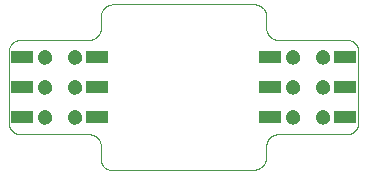
<source format=gbs>
G75*
%MOIN*%
%OFA0B0*%
%FSLAX25Y25*%
%IPPOS*%
%LPD*%
%AMOC8*
5,1,8,0,0,1.08239X$1,22.5*
%
%ADD10C,0.00000*%
%ADD11R,0.07487X0.03943*%
%ADD12C,0.04731*%
D10*
X0045791Y0032012D02*
X0045915Y0032010D01*
X0046038Y0032004D01*
X0046162Y0031995D01*
X0046284Y0031981D01*
X0046407Y0031964D01*
X0046529Y0031942D01*
X0046650Y0031917D01*
X0046770Y0031888D01*
X0046889Y0031856D01*
X0047008Y0031819D01*
X0047125Y0031779D01*
X0047240Y0031736D01*
X0047355Y0031688D01*
X0047467Y0031637D01*
X0047578Y0031583D01*
X0047688Y0031525D01*
X0047795Y0031464D01*
X0047901Y0031399D01*
X0048004Y0031331D01*
X0048105Y0031260D01*
X0048204Y0031186D01*
X0048301Y0031109D01*
X0048395Y0031028D01*
X0048486Y0030945D01*
X0048575Y0030859D01*
X0048661Y0030770D01*
X0048744Y0030679D01*
X0048825Y0030585D01*
X0048902Y0030488D01*
X0048976Y0030389D01*
X0049047Y0030288D01*
X0049115Y0030185D01*
X0049180Y0030079D01*
X0049241Y0029972D01*
X0049299Y0029862D01*
X0049353Y0029751D01*
X0049404Y0029639D01*
X0049452Y0029524D01*
X0049495Y0029409D01*
X0049535Y0029292D01*
X0049572Y0029173D01*
X0049604Y0029054D01*
X0049633Y0028934D01*
X0049658Y0028813D01*
X0049680Y0028691D01*
X0049697Y0028568D01*
X0049711Y0028446D01*
X0049720Y0028322D01*
X0049726Y0028199D01*
X0049728Y0028075D01*
X0049728Y0024138D01*
X0049713Y0024023D01*
X0049703Y0023907D01*
X0049696Y0023791D01*
X0049693Y0023675D01*
X0049694Y0023558D01*
X0049699Y0023442D01*
X0049708Y0023326D01*
X0049720Y0023211D01*
X0049737Y0023095D01*
X0049757Y0022981D01*
X0049781Y0022867D01*
X0049809Y0022754D01*
X0049841Y0022642D01*
X0049876Y0022532D01*
X0049915Y0022422D01*
X0049958Y0022314D01*
X0050004Y0022207D01*
X0050054Y0022102D01*
X0050108Y0021999D01*
X0050164Y0021897D01*
X0050224Y0021798D01*
X0050288Y0021700D01*
X0050354Y0021605D01*
X0050424Y0021512D01*
X0050497Y0021421D01*
X0050573Y0021333D01*
X0050652Y0021247D01*
X0050733Y0021164D01*
X0050818Y0021084D01*
X0050904Y0021007D01*
X0050994Y0020933D01*
X0051086Y0020861D01*
X0051180Y0020793D01*
X0051276Y0020728D01*
X0051375Y0020666D01*
X0051476Y0020608D01*
X0051578Y0020553D01*
X0051682Y0020501D01*
X0051788Y0020453D01*
X0051896Y0020409D01*
X0052005Y0020368D01*
X0052115Y0020331D01*
X0052226Y0020297D01*
X0052338Y0020268D01*
X0052452Y0020242D01*
X0052566Y0020219D01*
X0052681Y0020201D01*
X0099925Y0020201D01*
X0100056Y0020189D01*
X0100188Y0020180D01*
X0100320Y0020175D01*
X0100452Y0020174D01*
X0100584Y0020177D01*
X0100716Y0020184D01*
X0100848Y0020195D01*
X0100979Y0020210D01*
X0101110Y0020228D01*
X0101240Y0020251D01*
X0101369Y0020277D01*
X0101498Y0020307D01*
X0101625Y0020341D01*
X0101752Y0020379D01*
X0101877Y0020420D01*
X0102002Y0020465D01*
X0102124Y0020514D01*
X0102245Y0020566D01*
X0102365Y0020622D01*
X0102483Y0020682D01*
X0102599Y0020745D01*
X0102713Y0020811D01*
X0102825Y0020881D01*
X0102935Y0020954D01*
X0103043Y0021030D01*
X0103149Y0021110D01*
X0103252Y0021192D01*
X0103353Y0021278D01*
X0103451Y0021366D01*
X0103546Y0021457D01*
X0103639Y0021552D01*
X0103728Y0021648D01*
X0103815Y0021748D01*
X0103899Y0021850D01*
X0103980Y0021954D01*
X0104058Y0022061D01*
X0104132Y0022170D01*
X0104204Y0022281D01*
X0104272Y0022394D01*
X0104336Y0022510D01*
X0104397Y0022627D01*
X0104455Y0022745D01*
X0104509Y0022866D01*
X0104559Y0022988D01*
X0104606Y0023111D01*
X0104649Y0023236D01*
X0104689Y0023362D01*
X0104725Y0023489D01*
X0104756Y0023618D01*
X0104785Y0023747D01*
X0104809Y0023876D01*
X0104829Y0024007D01*
X0104846Y0024138D01*
X0104846Y0028075D01*
X0104848Y0028199D01*
X0104854Y0028322D01*
X0104863Y0028446D01*
X0104877Y0028568D01*
X0104894Y0028691D01*
X0104916Y0028813D01*
X0104941Y0028934D01*
X0104970Y0029054D01*
X0105002Y0029173D01*
X0105039Y0029292D01*
X0105079Y0029409D01*
X0105122Y0029524D01*
X0105170Y0029639D01*
X0105221Y0029751D01*
X0105275Y0029862D01*
X0105333Y0029972D01*
X0105394Y0030079D01*
X0105459Y0030185D01*
X0105527Y0030288D01*
X0105598Y0030389D01*
X0105672Y0030488D01*
X0105749Y0030585D01*
X0105830Y0030679D01*
X0105913Y0030770D01*
X0105999Y0030859D01*
X0106088Y0030945D01*
X0106179Y0031028D01*
X0106273Y0031109D01*
X0106370Y0031186D01*
X0106469Y0031260D01*
X0106570Y0031331D01*
X0106673Y0031399D01*
X0106779Y0031464D01*
X0106886Y0031525D01*
X0106996Y0031583D01*
X0107107Y0031637D01*
X0107219Y0031688D01*
X0107334Y0031736D01*
X0107449Y0031779D01*
X0107566Y0031819D01*
X0107685Y0031856D01*
X0107804Y0031888D01*
X0107924Y0031917D01*
X0108045Y0031942D01*
X0108167Y0031964D01*
X0108290Y0031981D01*
X0108412Y0031995D01*
X0108536Y0032004D01*
X0108659Y0032010D01*
X0108783Y0032012D01*
X0131618Y0032012D01*
X0131742Y0032014D01*
X0131865Y0032020D01*
X0131989Y0032029D01*
X0132111Y0032043D01*
X0132234Y0032060D01*
X0132356Y0032082D01*
X0132477Y0032107D01*
X0132597Y0032136D01*
X0132716Y0032168D01*
X0132835Y0032205D01*
X0132952Y0032245D01*
X0133067Y0032288D01*
X0133182Y0032336D01*
X0133294Y0032387D01*
X0133405Y0032441D01*
X0133515Y0032499D01*
X0133622Y0032560D01*
X0133728Y0032625D01*
X0133831Y0032693D01*
X0133932Y0032764D01*
X0134031Y0032838D01*
X0134128Y0032915D01*
X0134222Y0032996D01*
X0134313Y0033079D01*
X0134402Y0033165D01*
X0134488Y0033254D01*
X0134571Y0033345D01*
X0134652Y0033439D01*
X0134729Y0033536D01*
X0134803Y0033635D01*
X0134874Y0033736D01*
X0134942Y0033839D01*
X0135007Y0033945D01*
X0135068Y0034052D01*
X0135126Y0034162D01*
X0135180Y0034273D01*
X0135231Y0034385D01*
X0135279Y0034500D01*
X0135322Y0034615D01*
X0135362Y0034732D01*
X0135399Y0034851D01*
X0135431Y0034970D01*
X0135460Y0035090D01*
X0135485Y0035211D01*
X0135507Y0035333D01*
X0135524Y0035456D01*
X0135538Y0035578D01*
X0135547Y0035702D01*
X0135553Y0035825D01*
X0135555Y0035949D01*
X0135555Y0059571D01*
X0135553Y0059695D01*
X0135547Y0059818D01*
X0135538Y0059942D01*
X0135524Y0060064D01*
X0135507Y0060187D01*
X0135485Y0060309D01*
X0135460Y0060430D01*
X0135431Y0060550D01*
X0135399Y0060669D01*
X0135362Y0060788D01*
X0135322Y0060905D01*
X0135279Y0061020D01*
X0135231Y0061135D01*
X0135180Y0061247D01*
X0135126Y0061358D01*
X0135068Y0061468D01*
X0135007Y0061575D01*
X0134942Y0061681D01*
X0134874Y0061784D01*
X0134803Y0061885D01*
X0134729Y0061984D01*
X0134652Y0062081D01*
X0134571Y0062175D01*
X0134488Y0062266D01*
X0134402Y0062355D01*
X0134313Y0062441D01*
X0134222Y0062524D01*
X0134128Y0062605D01*
X0134031Y0062682D01*
X0133932Y0062756D01*
X0133831Y0062827D01*
X0133728Y0062895D01*
X0133622Y0062960D01*
X0133515Y0063021D01*
X0133405Y0063079D01*
X0133294Y0063133D01*
X0133182Y0063184D01*
X0133067Y0063232D01*
X0132952Y0063275D01*
X0132835Y0063315D01*
X0132716Y0063352D01*
X0132597Y0063384D01*
X0132477Y0063413D01*
X0132356Y0063438D01*
X0132234Y0063460D01*
X0132111Y0063477D01*
X0131989Y0063491D01*
X0131865Y0063500D01*
X0131742Y0063506D01*
X0131618Y0063508D01*
X0108783Y0063508D01*
X0108659Y0063510D01*
X0108536Y0063516D01*
X0108412Y0063525D01*
X0108290Y0063539D01*
X0108167Y0063556D01*
X0108045Y0063578D01*
X0107924Y0063603D01*
X0107804Y0063632D01*
X0107685Y0063664D01*
X0107566Y0063701D01*
X0107449Y0063741D01*
X0107334Y0063784D01*
X0107219Y0063832D01*
X0107107Y0063883D01*
X0106996Y0063937D01*
X0106886Y0063995D01*
X0106779Y0064056D01*
X0106673Y0064121D01*
X0106570Y0064189D01*
X0106469Y0064260D01*
X0106370Y0064334D01*
X0106273Y0064411D01*
X0106179Y0064492D01*
X0106088Y0064575D01*
X0105999Y0064661D01*
X0105913Y0064750D01*
X0105830Y0064841D01*
X0105749Y0064935D01*
X0105672Y0065032D01*
X0105598Y0065131D01*
X0105527Y0065232D01*
X0105459Y0065335D01*
X0105394Y0065441D01*
X0105333Y0065548D01*
X0105275Y0065658D01*
X0105221Y0065769D01*
X0105170Y0065881D01*
X0105122Y0065996D01*
X0105079Y0066111D01*
X0105039Y0066228D01*
X0105002Y0066347D01*
X0104970Y0066466D01*
X0104941Y0066586D01*
X0104916Y0066707D01*
X0104894Y0066829D01*
X0104877Y0066952D01*
X0104863Y0067074D01*
X0104854Y0067198D01*
X0104848Y0067321D01*
X0104846Y0067445D01*
X0104846Y0071382D01*
X0104844Y0071506D01*
X0104838Y0071629D01*
X0104829Y0071753D01*
X0104815Y0071875D01*
X0104798Y0071998D01*
X0104776Y0072120D01*
X0104751Y0072241D01*
X0104722Y0072361D01*
X0104690Y0072480D01*
X0104653Y0072599D01*
X0104613Y0072716D01*
X0104570Y0072831D01*
X0104522Y0072946D01*
X0104471Y0073058D01*
X0104417Y0073169D01*
X0104359Y0073279D01*
X0104298Y0073386D01*
X0104233Y0073492D01*
X0104165Y0073595D01*
X0104094Y0073696D01*
X0104020Y0073795D01*
X0103943Y0073892D01*
X0103862Y0073986D01*
X0103779Y0074077D01*
X0103693Y0074166D01*
X0103604Y0074252D01*
X0103513Y0074335D01*
X0103419Y0074416D01*
X0103322Y0074493D01*
X0103223Y0074567D01*
X0103122Y0074638D01*
X0103019Y0074706D01*
X0102913Y0074771D01*
X0102806Y0074832D01*
X0102696Y0074890D01*
X0102585Y0074944D01*
X0102473Y0074995D01*
X0102358Y0075043D01*
X0102243Y0075086D01*
X0102126Y0075126D01*
X0102007Y0075163D01*
X0101888Y0075195D01*
X0101768Y0075224D01*
X0101647Y0075249D01*
X0101525Y0075271D01*
X0101402Y0075288D01*
X0101280Y0075302D01*
X0101156Y0075311D01*
X0101033Y0075317D01*
X0100909Y0075319D01*
X0053665Y0075319D01*
X0053541Y0075317D01*
X0053418Y0075311D01*
X0053294Y0075302D01*
X0053172Y0075288D01*
X0053049Y0075271D01*
X0052927Y0075249D01*
X0052806Y0075224D01*
X0052686Y0075195D01*
X0052567Y0075163D01*
X0052448Y0075126D01*
X0052331Y0075086D01*
X0052216Y0075043D01*
X0052101Y0074995D01*
X0051989Y0074944D01*
X0051878Y0074890D01*
X0051768Y0074832D01*
X0051661Y0074771D01*
X0051555Y0074706D01*
X0051452Y0074638D01*
X0051351Y0074567D01*
X0051252Y0074493D01*
X0051155Y0074416D01*
X0051061Y0074335D01*
X0050970Y0074252D01*
X0050881Y0074166D01*
X0050795Y0074077D01*
X0050712Y0073986D01*
X0050631Y0073892D01*
X0050554Y0073795D01*
X0050480Y0073696D01*
X0050409Y0073595D01*
X0050341Y0073492D01*
X0050276Y0073386D01*
X0050215Y0073279D01*
X0050157Y0073169D01*
X0050103Y0073058D01*
X0050052Y0072946D01*
X0050004Y0072831D01*
X0049961Y0072716D01*
X0049921Y0072599D01*
X0049884Y0072480D01*
X0049852Y0072361D01*
X0049823Y0072241D01*
X0049798Y0072120D01*
X0049776Y0071998D01*
X0049759Y0071875D01*
X0049745Y0071753D01*
X0049736Y0071629D01*
X0049730Y0071506D01*
X0049728Y0071382D01*
X0049728Y0067445D01*
X0049726Y0067321D01*
X0049720Y0067198D01*
X0049711Y0067074D01*
X0049697Y0066952D01*
X0049680Y0066829D01*
X0049658Y0066707D01*
X0049633Y0066586D01*
X0049604Y0066466D01*
X0049572Y0066347D01*
X0049535Y0066228D01*
X0049495Y0066111D01*
X0049452Y0065996D01*
X0049404Y0065881D01*
X0049353Y0065769D01*
X0049299Y0065658D01*
X0049241Y0065548D01*
X0049180Y0065441D01*
X0049115Y0065335D01*
X0049047Y0065232D01*
X0048976Y0065131D01*
X0048902Y0065032D01*
X0048825Y0064935D01*
X0048744Y0064841D01*
X0048661Y0064750D01*
X0048575Y0064661D01*
X0048486Y0064575D01*
X0048395Y0064492D01*
X0048301Y0064411D01*
X0048204Y0064334D01*
X0048105Y0064260D01*
X0048004Y0064189D01*
X0047901Y0064121D01*
X0047795Y0064056D01*
X0047688Y0063995D01*
X0047578Y0063937D01*
X0047467Y0063883D01*
X0047355Y0063832D01*
X0047240Y0063784D01*
X0047125Y0063741D01*
X0047008Y0063701D01*
X0046889Y0063664D01*
X0046770Y0063632D01*
X0046650Y0063603D01*
X0046529Y0063578D01*
X0046407Y0063556D01*
X0046284Y0063539D01*
X0046162Y0063525D01*
X0046038Y0063516D01*
X0045915Y0063510D01*
X0045791Y0063508D01*
X0022957Y0063508D01*
X0022833Y0063506D01*
X0022710Y0063500D01*
X0022586Y0063491D01*
X0022464Y0063477D01*
X0022341Y0063460D01*
X0022219Y0063438D01*
X0022098Y0063413D01*
X0021978Y0063384D01*
X0021859Y0063352D01*
X0021740Y0063315D01*
X0021623Y0063275D01*
X0021508Y0063232D01*
X0021393Y0063184D01*
X0021281Y0063133D01*
X0021170Y0063079D01*
X0021060Y0063021D01*
X0020953Y0062960D01*
X0020847Y0062895D01*
X0020744Y0062827D01*
X0020643Y0062756D01*
X0020544Y0062682D01*
X0020447Y0062605D01*
X0020353Y0062524D01*
X0020262Y0062441D01*
X0020173Y0062355D01*
X0020087Y0062266D01*
X0020004Y0062175D01*
X0019923Y0062081D01*
X0019846Y0061984D01*
X0019772Y0061885D01*
X0019701Y0061784D01*
X0019633Y0061681D01*
X0019568Y0061575D01*
X0019507Y0061468D01*
X0019449Y0061358D01*
X0019395Y0061247D01*
X0019344Y0061135D01*
X0019296Y0061020D01*
X0019253Y0060905D01*
X0019213Y0060788D01*
X0019176Y0060669D01*
X0019144Y0060550D01*
X0019115Y0060430D01*
X0019090Y0060309D01*
X0019068Y0060187D01*
X0019051Y0060064D01*
X0019037Y0059942D01*
X0019028Y0059818D01*
X0019022Y0059695D01*
X0019020Y0059571D01*
X0019020Y0035949D01*
X0019022Y0035825D01*
X0019028Y0035702D01*
X0019037Y0035578D01*
X0019051Y0035456D01*
X0019068Y0035333D01*
X0019090Y0035211D01*
X0019115Y0035090D01*
X0019144Y0034970D01*
X0019176Y0034851D01*
X0019213Y0034732D01*
X0019253Y0034615D01*
X0019296Y0034500D01*
X0019344Y0034385D01*
X0019395Y0034273D01*
X0019449Y0034162D01*
X0019507Y0034052D01*
X0019568Y0033945D01*
X0019633Y0033839D01*
X0019701Y0033736D01*
X0019772Y0033635D01*
X0019846Y0033536D01*
X0019923Y0033439D01*
X0020004Y0033345D01*
X0020087Y0033254D01*
X0020173Y0033165D01*
X0020262Y0033079D01*
X0020353Y0032996D01*
X0020447Y0032915D01*
X0020544Y0032838D01*
X0020643Y0032764D01*
X0020744Y0032693D01*
X0020847Y0032625D01*
X0020953Y0032560D01*
X0021060Y0032499D01*
X0021170Y0032441D01*
X0021281Y0032387D01*
X0021393Y0032336D01*
X0021508Y0032288D01*
X0021623Y0032245D01*
X0021740Y0032205D01*
X0021859Y0032168D01*
X0021978Y0032136D01*
X0022098Y0032107D01*
X0022219Y0032082D01*
X0022341Y0032060D01*
X0022464Y0032043D01*
X0022586Y0032029D01*
X0022710Y0032020D01*
X0022833Y0032014D01*
X0022957Y0032012D01*
X0045791Y0032012D01*
X0038784Y0037760D02*
X0038786Y0037853D01*
X0038792Y0037945D01*
X0038802Y0038037D01*
X0038816Y0038128D01*
X0038833Y0038219D01*
X0038855Y0038309D01*
X0038880Y0038398D01*
X0038909Y0038486D01*
X0038942Y0038572D01*
X0038979Y0038657D01*
X0039019Y0038741D01*
X0039063Y0038822D01*
X0039110Y0038902D01*
X0039160Y0038980D01*
X0039214Y0039055D01*
X0039271Y0039128D01*
X0039331Y0039198D01*
X0039394Y0039266D01*
X0039460Y0039331D01*
X0039528Y0039393D01*
X0039599Y0039453D01*
X0039673Y0039509D01*
X0039749Y0039562D01*
X0039827Y0039611D01*
X0039907Y0039658D01*
X0039989Y0039700D01*
X0040073Y0039740D01*
X0040158Y0039775D01*
X0040245Y0039807D01*
X0040333Y0039836D01*
X0040422Y0039860D01*
X0040512Y0039881D01*
X0040603Y0039897D01*
X0040695Y0039910D01*
X0040787Y0039919D01*
X0040880Y0039924D01*
X0040972Y0039925D01*
X0041065Y0039922D01*
X0041157Y0039915D01*
X0041249Y0039904D01*
X0041340Y0039889D01*
X0041431Y0039871D01*
X0041521Y0039848D01*
X0041609Y0039822D01*
X0041697Y0039792D01*
X0041783Y0039758D01*
X0041867Y0039721D01*
X0041950Y0039679D01*
X0042031Y0039635D01*
X0042111Y0039587D01*
X0042188Y0039536D01*
X0042262Y0039481D01*
X0042335Y0039423D01*
X0042405Y0039363D01*
X0042472Y0039299D01*
X0042536Y0039233D01*
X0042598Y0039163D01*
X0042656Y0039092D01*
X0042711Y0039018D01*
X0042763Y0038941D01*
X0042812Y0038862D01*
X0042858Y0038782D01*
X0042900Y0038699D01*
X0042938Y0038615D01*
X0042973Y0038529D01*
X0043004Y0038442D01*
X0043031Y0038354D01*
X0043054Y0038264D01*
X0043074Y0038174D01*
X0043090Y0038083D01*
X0043102Y0037991D01*
X0043110Y0037899D01*
X0043114Y0037806D01*
X0043114Y0037714D01*
X0043110Y0037621D01*
X0043102Y0037529D01*
X0043090Y0037437D01*
X0043074Y0037346D01*
X0043054Y0037256D01*
X0043031Y0037166D01*
X0043004Y0037078D01*
X0042973Y0036991D01*
X0042938Y0036905D01*
X0042900Y0036821D01*
X0042858Y0036738D01*
X0042812Y0036658D01*
X0042763Y0036579D01*
X0042711Y0036502D01*
X0042656Y0036428D01*
X0042598Y0036357D01*
X0042536Y0036287D01*
X0042472Y0036221D01*
X0042405Y0036157D01*
X0042335Y0036097D01*
X0042262Y0036039D01*
X0042188Y0035984D01*
X0042111Y0035933D01*
X0042032Y0035885D01*
X0041950Y0035841D01*
X0041867Y0035799D01*
X0041783Y0035762D01*
X0041697Y0035728D01*
X0041609Y0035698D01*
X0041521Y0035672D01*
X0041431Y0035649D01*
X0041340Y0035631D01*
X0041249Y0035616D01*
X0041157Y0035605D01*
X0041065Y0035598D01*
X0040972Y0035595D01*
X0040880Y0035596D01*
X0040787Y0035601D01*
X0040695Y0035610D01*
X0040603Y0035623D01*
X0040512Y0035639D01*
X0040422Y0035660D01*
X0040333Y0035684D01*
X0040245Y0035713D01*
X0040158Y0035745D01*
X0040073Y0035780D01*
X0039989Y0035820D01*
X0039907Y0035862D01*
X0039827Y0035909D01*
X0039749Y0035958D01*
X0039673Y0036011D01*
X0039599Y0036067D01*
X0039528Y0036127D01*
X0039460Y0036189D01*
X0039394Y0036254D01*
X0039331Y0036322D01*
X0039271Y0036392D01*
X0039214Y0036465D01*
X0039160Y0036540D01*
X0039110Y0036618D01*
X0039063Y0036698D01*
X0039019Y0036779D01*
X0038979Y0036863D01*
X0038942Y0036948D01*
X0038909Y0037034D01*
X0038880Y0037122D01*
X0038855Y0037211D01*
X0038833Y0037301D01*
X0038816Y0037392D01*
X0038802Y0037483D01*
X0038792Y0037575D01*
X0038786Y0037667D01*
X0038784Y0037760D01*
X0028784Y0037760D02*
X0028786Y0037853D01*
X0028792Y0037945D01*
X0028802Y0038037D01*
X0028816Y0038128D01*
X0028833Y0038219D01*
X0028855Y0038309D01*
X0028880Y0038398D01*
X0028909Y0038486D01*
X0028942Y0038572D01*
X0028979Y0038657D01*
X0029019Y0038741D01*
X0029063Y0038822D01*
X0029110Y0038902D01*
X0029160Y0038980D01*
X0029214Y0039055D01*
X0029271Y0039128D01*
X0029331Y0039198D01*
X0029394Y0039266D01*
X0029460Y0039331D01*
X0029528Y0039393D01*
X0029599Y0039453D01*
X0029673Y0039509D01*
X0029749Y0039562D01*
X0029827Y0039611D01*
X0029907Y0039658D01*
X0029989Y0039700D01*
X0030073Y0039740D01*
X0030158Y0039775D01*
X0030245Y0039807D01*
X0030333Y0039836D01*
X0030422Y0039860D01*
X0030512Y0039881D01*
X0030603Y0039897D01*
X0030695Y0039910D01*
X0030787Y0039919D01*
X0030880Y0039924D01*
X0030972Y0039925D01*
X0031065Y0039922D01*
X0031157Y0039915D01*
X0031249Y0039904D01*
X0031340Y0039889D01*
X0031431Y0039871D01*
X0031521Y0039848D01*
X0031609Y0039822D01*
X0031697Y0039792D01*
X0031783Y0039758D01*
X0031867Y0039721D01*
X0031950Y0039679D01*
X0032031Y0039635D01*
X0032111Y0039587D01*
X0032188Y0039536D01*
X0032262Y0039481D01*
X0032335Y0039423D01*
X0032405Y0039363D01*
X0032472Y0039299D01*
X0032536Y0039233D01*
X0032598Y0039163D01*
X0032656Y0039092D01*
X0032711Y0039018D01*
X0032763Y0038941D01*
X0032812Y0038862D01*
X0032858Y0038782D01*
X0032900Y0038699D01*
X0032938Y0038615D01*
X0032973Y0038529D01*
X0033004Y0038442D01*
X0033031Y0038354D01*
X0033054Y0038264D01*
X0033074Y0038174D01*
X0033090Y0038083D01*
X0033102Y0037991D01*
X0033110Y0037899D01*
X0033114Y0037806D01*
X0033114Y0037714D01*
X0033110Y0037621D01*
X0033102Y0037529D01*
X0033090Y0037437D01*
X0033074Y0037346D01*
X0033054Y0037256D01*
X0033031Y0037166D01*
X0033004Y0037078D01*
X0032973Y0036991D01*
X0032938Y0036905D01*
X0032900Y0036821D01*
X0032858Y0036738D01*
X0032812Y0036658D01*
X0032763Y0036579D01*
X0032711Y0036502D01*
X0032656Y0036428D01*
X0032598Y0036357D01*
X0032536Y0036287D01*
X0032472Y0036221D01*
X0032405Y0036157D01*
X0032335Y0036097D01*
X0032262Y0036039D01*
X0032188Y0035984D01*
X0032111Y0035933D01*
X0032032Y0035885D01*
X0031950Y0035841D01*
X0031867Y0035799D01*
X0031783Y0035762D01*
X0031697Y0035728D01*
X0031609Y0035698D01*
X0031521Y0035672D01*
X0031431Y0035649D01*
X0031340Y0035631D01*
X0031249Y0035616D01*
X0031157Y0035605D01*
X0031065Y0035598D01*
X0030972Y0035595D01*
X0030880Y0035596D01*
X0030787Y0035601D01*
X0030695Y0035610D01*
X0030603Y0035623D01*
X0030512Y0035639D01*
X0030422Y0035660D01*
X0030333Y0035684D01*
X0030245Y0035713D01*
X0030158Y0035745D01*
X0030073Y0035780D01*
X0029989Y0035820D01*
X0029907Y0035862D01*
X0029827Y0035909D01*
X0029749Y0035958D01*
X0029673Y0036011D01*
X0029599Y0036067D01*
X0029528Y0036127D01*
X0029460Y0036189D01*
X0029394Y0036254D01*
X0029331Y0036322D01*
X0029271Y0036392D01*
X0029214Y0036465D01*
X0029160Y0036540D01*
X0029110Y0036618D01*
X0029063Y0036698D01*
X0029019Y0036779D01*
X0028979Y0036863D01*
X0028942Y0036948D01*
X0028909Y0037034D01*
X0028880Y0037122D01*
X0028855Y0037211D01*
X0028833Y0037301D01*
X0028816Y0037392D01*
X0028802Y0037483D01*
X0028792Y0037575D01*
X0028786Y0037667D01*
X0028784Y0037760D01*
X0028784Y0047760D02*
X0028786Y0047853D01*
X0028792Y0047945D01*
X0028802Y0048037D01*
X0028816Y0048128D01*
X0028833Y0048219D01*
X0028855Y0048309D01*
X0028880Y0048398D01*
X0028909Y0048486D01*
X0028942Y0048572D01*
X0028979Y0048657D01*
X0029019Y0048741D01*
X0029063Y0048822D01*
X0029110Y0048902D01*
X0029160Y0048980D01*
X0029214Y0049055D01*
X0029271Y0049128D01*
X0029331Y0049198D01*
X0029394Y0049266D01*
X0029460Y0049331D01*
X0029528Y0049393D01*
X0029599Y0049453D01*
X0029673Y0049509D01*
X0029749Y0049562D01*
X0029827Y0049611D01*
X0029907Y0049658D01*
X0029989Y0049700D01*
X0030073Y0049740D01*
X0030158Y0049775D01*
X0030245Y0049807D01*
X0030333Y0049836D01*
X0030422Y0049860D01*
X0030512Y0049881D01*
X0030603Y0049897D01*
X0030695Y0049910D01*
X0030787Y0049919D01*
X0030880Y0049924D01*
X0030972Y0049925D01*
X0031065Y0049922D01*
X0031157Y0049915D01*
X0031249Y0049904D01*
X0031340Y0049889D01*
X0031431Y0049871D01*
X0031521Y0049848D01*
X0031609Y0049822D01*
X0031697Y0049792D01*
X0031783Y0049758D01*
X0031867Y0049721D01*
X0031950Y0049679D01*
X0032031Y0049635D01*
X0032111Y0049587D01*
X0032188Y0049536D01*
X0032262Y0049481D01*
X0032335Y0049423D01*
X0032405Y0049363D01*
X0032472Y0049299D01*
X0032536Y0049233D01*
X0032598Y0049163D01*
X0032656Y0049092D01*
X0032711Y0049018D01*
X0032763Y0048941D01*
X0032812Y0048862D01*
X0032858Y0048782D01*
X0032900Y0048699D01*
X0032938Y0048615D01*
X0032973Y0048529D01*
X0033004Y0048442D01*
X0033031Y0048354D01*
X0033054Y0048264D01*
X0033074Y0048174D01*
X0033090Y0048083D01*
X0033102Y0047991D01*
X0033110Y0047899D01*
X0033114Y0047806D01*
X0033114Y0047714D01*
X0033110Y0047621D01*
X0033102Y0047529D01*
X0033090Y0047437D01*
X0033074Y0047346D01*
X0033054Y0047256D01*
X0033031Y0047166D01*
X0033004Y0047078D01*
X0032973Y0046991D01*
X0032938Y0046905D01*
X0032900Y0046821D01*
X0032858Y0046738D01*
X0032812Y0046658D01*
X0032763Y0046579D01*
X0032711Y0046502D01*
X0032656Y0046428D01*
X0032598Y0046357D01*
X0032536Y0046287D01*
X0032472Y0046221D01*
X0032405Y0046157D01*
X0032335Y0046097D01*
X0032262Y0046039D01*
X0032188Y0045984D01*
X0032111Y0045933D01*
X0032032Y0045885D01*
X0031950Y0045841D01*
X0031867Y0045799D01*
X0031783Y0045762D01*
X0031697Y0045728D01*
X0031609Y0045698D01*
X0031521Y0045672D01*
X0031431Y0045649D01*
X0031340Y0045631D01*
X0031249Y0045616D01*
X0031157Y0045605D01*
X0031065Y0045598D01*
X0030972Y0045595D01*
X0030880Y0045596D01*
X0030787Y0045601D01*
X0030695Y0045610D01*
X0030603Y0045623D01*
X0030512Y0045639D01*
X0030422Y0045660D01*
X0030333Y0045684D01*
X0030245Y0045713D01*
X0030158Y0045745D01*
X0030073Y0045780D01*
X0029989Y0045820D01*
X0029907Y0045862D01*
X0029827Y0045909D01*
X0029749Y0045958D01*
X0029673Y0046011D01*
X0029599Y0046067D01*
X0029528Y0046127D01*
X0029460Y0046189D01*
X0029394Y0046254D01*
X0029331Y0046322D01*
X0029271Y0046392D01*
X0029214Y0046465D01*
X0029160Y0046540D01*
X0029110Y0046618D01*
X0029063Y0046698D01*
X0029019Y0046779D01*
X0028979Y0046863D01*
X0028942Y0046948D01*
X0028909Y0047034D01*
X0028880Y0047122D01*
X0028855Y0047211D01*
X0028833Y0047301D01*
X0028816Y0047392D01*
X0028802Y0047483D01*
X0028792Y0047575D01*
X0028786Y0047667D01*
X0028784Y0047760D01*
X0038784Y0047760D02*
X0038786Y0047853D01*
X0038792Y0047945D01*
X0038802Y0048037D01*
X0038816Y0048128D01*
X0038833Y0048219D01*
X0038855Y0048309D01*
X0038880Y0048398D01*
X0038909Y0048486D01*
X0038942Y0048572D01*
X0038979Y0048657D01*
X0039019Y0048741D01*
X0039063Y0048822D01*
X0039110Y0048902D01*
X0039160Y0048980D01*
X0039214Y0049055D01*
X0039271Y0049128D01*
X0039331Y0049198D01*
X0039394Y0049266D01*
X0039460Y0049331D01*
X0039528Y0049393D01*
X0039599Y0049453D01*
X0039673Y0049509D01*
X0039749Y0049562D01*
X0039827Y0049611D01*
X0039907Y0049658D01*
X0039989Y0049700D01*
X0040073Y0049740D01*
X0040158Y0049775D01*
X0040245Y0049807D01*
X0040333Y0049836D01*
X0040422Y0049860D01*
X0040512Y0049881D01*
X0040603Y0049897D01*
X0040695Y0049910D01*
X0040787Y0049919D01*
X0040880Y0049924D01*
X0040972Y0049925D01*
X0041065Y0049922D01*
X0041157Y0049915D01*
X0041249Y0049904D01*
X0041340Y0049889D01*
X0041431Y0049871D01*
X0041521Y0049848D01*
X0041609Y0049822D01*
X0041697Y0049792D01*
X0041783Y0049758D01*
X0041867Y0049721D01*
X0041950Y0049679D01*
X0042031Y0049635D01*
X0042111Y0049587D01*
X0042188Y0049536D01*
X0042262Y0049481D01*
X0042335Y0049423D01*
X0042405Y0049363D01*
X0042472Y0049299D01*
X0042536Y0049233D01*
X0042598Y0049163D01*
X0042656Y0049092D01*
X0042711Y0049018D01*
X0042763Y0048941D01*
X0042812Y0048862D01*
X0042858Y0048782D01*
X0042900Y0048699D01*
X0042938Y0048615D01*
X0042973Y0048529D01*
X0043004Y0048442D01*
X0043031Y0048354D01*
X0043054Y0048264D01*
X0043074Y0048174D01*
X0043090Y0048083D01*
X0043102Y0047991D01*
X0043110Y0047899D01*
X0043114Y0047806D01*
X0043114Y0047714D01*
X0043110Y0047621D01*
X0043102Y0047529D01*
X0043090Y0047437D01*
X0043074Y0047346D01*
X0043054Y0047256D01*
X0043031Y0047166D01*
X0043004Y0047078D01*
X0042973Y0046991D01*
X0042938Y0046905D01*
X0042900Y0046821D01*
X0042858Y0046738D01*
X0042812Y0046658D01*
X0042763Y0046579D01*
X0042711Y0046502D01*
X0042656Y0046428D01*
X0042598Y0046357D01*
X0042536Y0046287D01*
X0042472Y0046221D01*
X0042405Y0046157D01*
X0042335Y0046097D01*
X0042262Y0046039D01*
X0042188Y0045984D01*
X0042111Y0045933D01*
X0042032Y0045885D01*
X0041950Y0045841D01*
X0041867Y0045799D01*
X0041783Y0045762D01*
X0041697Y0045728D01*
X0041609Y0045698D01*
X0041521Y0045672D01*
X0041431Y0045649D01*
X0041340Y0045631D01*
X0041249Y0045616D01*
X0041157Y0045605D01*
X0041065Y0045598D01*
X0040972Y0045595D01*
X0040880Y0045596D01*
X0040787Y0045601D01*
X0040695Y0045610D01*
X0040603Y0045623D01*
X0040512Y0045639D01*
X0040422Y0045660D01*
X0040333Y0045684D01*
X0040245Y0045713D01*
X0040158Y0045745D01*
X0040073Y0045780D01*
X0039989Y0045820D01*
X0039907Y0045862D01*
X0039827Y0045909D01*
X0039749Y0045958D01*
X0039673Y0046011D01*
X0039599Y0046067D01*
X0039528Y0046127D01*
X0039460Y0046189D01*
X0039394Y0046254D01*
X0039331Y0046322D01*
X0039271Y0046392D01*
X0039214Y0046465D01*
X0039160Y0046540D01*
X0039110Y0046618D01*
X0039063Y0046698D01*
X0039019Y0046779D01*
X0038979Y0046863D01*
X0038942Y0046948D01*
X0038909Y0047034D01*
X0038880Y0047122D01*
X0038855Y0047211D01*
X0038833Y0047301D01*
X0038816Y0047392D01*
X0038802Y0047483D01*
X0038792Y0047575D01*
X0038786Y0047667D01*
X0038784Y0047760D01*
X0038784Y0057760D02*
X0038786Y0057853D01*
X0038792Y0057945D01*
X0038802Y0058037D01*
X0038816Y0058128D01*
X0038833Y0058219D01*
X0038855Y0058309D01*
X0038880Y0058398D01*
X0038909Y0058486D01*
X0038942Y0058572D01*
X0038979Y0058657D01*
X0039019Y0058741D01*
X0039063Y0058822D01*
X0039110Y0058902D01*
X0039160Y0058980D01*
X0039214Y0059055D01*
X0039271Y0059128D01*
X0039331Y0059198D01*
X0039394Y0059266D01*
X0039460Y0059331D01*
X0039528Y0059393D01*
X0039599Y0059453D01*
X0039673Y0059509D01*
X0039749Y0059562D01*
X0039827Y0059611D01*
X0039907Y0059658D01*
X0039989Y0059700D01*
X0040073Y0059740D01*
X0040158Y0059775D01*
X0040245Y0059807D01*
X0040333Y0059836D01*
X0040422Y0059860D01*
X0040512Y0059881D01*
X0040603Y0059897D01*
X0040695Y0059910D01*
X0040787Y0059919D01*
X0040880Y0059924D01*
X0040972Y0059925D01*
X0041065Y0059922D01*
X0041157Y0059915D01*
X0041249Y0059904D01*
X0041340Y0059889D01*
X0041431Y0059871D01*
X0041521Y0059848D01*
X0041609Y0059822D01*
X0041697Y0059792D01*
X0041783Y0059758D01*
X0041867Y0059721D01*
X0041950Y0059679D01*
X0042031Y0059635D01*
X0042111Y0059587D01*
X0042188Y0059536D01*
X0042262Y0059481D01*
X0042335Y0059423D01*
X0042405Y0059363D01*
X0042472Y0059299D01*
X0042536Y0059233D01*
X0042598Y0059163D01*
X0042656Y0059092D01*
X0042711Y0059018D01*
X0042763Y0058941D01*
X0042812Y0058862D01*
X0042858Y0058782D01*
X0042900Y0058699D01*
X0042938Y0058615D01*
X0042973Y0058529D01*
X0043004Y0058442D01*
X0043031Y0058354D01*
X0043054Y0058264D01*
X0043074Y0058174D01*
X0043090Y0058083D01*
X0043102Y0057991D01*
X0043110Y0057899D01*
X0043114Y0057806D01*
X0043114Y0057714D01*
X0043110Y0057621D01*
X0043102Y0057529D01*
X0043090Y0057437D01*
X0043074Y0057346D01*
X0043054Y0057256D01*
X0043031Y0057166D01*
X0043004Y0057078D01*
X0042973Y0056991D01*
X0042938Y0056905D01*
X0042900Y0056821D01*
X0042858Y0056738D01*
X0042812Y0056658D01*
X0042763Y0056579D01*
X0042711Y0056502D01*
X0042656Y0056428D01*
X0042598Y0056357D01*
X0042536Y0056287D01*
X0042472Y0056221D01*
X0042405Y0056157D01*
X0042335Y0056097D01*
X0042262Y0056039D01*
X0042188Y0055984D01*
X0042111Y0055933D01*
X0042032Y0055885D01*
X0041950Y0055841D01*
X0041867Y0055799D01*
X0041783Y0055762D01*
X0041697Y0055728D01*
X0041609Y0055698D01*
X0041521Y0055672D01*
X0041431Y0055649D01*
X0041340Y0055631D01*
X0041249Y0055616D01*
X0041157Y0055605D01*
X0041065Y0055598D01*
X0040972Y0055595D01*
X0040880Y0055596D01*
X0040787Y0055601D01*
X0040695Y0055610D01*
X0040603Y0055623D01*
X0040512Y0055639D01*
X0040422Y0055660D01*
X0040333Y0055684D01*
X0040245Y0055713D01*
X0040158Y0055745D01*
X0040073Y0055780D01*
X0039989Y0055820D01*
X0039907Y0055862D01*
X0039827Y0055909D01*
X0039749Y0055958D01*
X0039673Y0056011D01*
X0039599Y0056067D01*
X0039528Y0056127D01*
X0039460Y0056189D01*
X0039394Y0056254D01*
X0039331Y0056322D01*
X0039271Y0056392D01*
X0039214Y0056465D01*
X0039160Y0056540D01*
X0039110Y0056618D01*
X0039063Y0056698D01*
X0039019Y0056779D01*
X0038979Y0056863D01*
X0038942Y0056948D01*
X0038909Y0057034D01*
X0038880Y0057122D01*
X0038855Y0057211D01*
X0038833Y0057301D01*
X0038816Y0057392D01*
X0038802Y0057483D01*
X0038792Y0057575D01*
X0038786Y0057667D01*
X0038784Y0057760D01*
X0028784Y0057760D02*
X0028786Y0057853D01*
X0028792Y0057945D01*
X0028802Y0058037D01*
X0028816Y0058128D01*
X0028833Y0058219D01*
X0028855Y0058309D01*
X0028880Y0058398D01*
X0028909Y0058486D01*
X0028942Y0058572D01*
X0028979Y0058657D01*
X0029019Y0058741D01*
X0029063Y0058822D01*
X0029110Y0058902D01*
X0029160Y0058980D01*
X0029214Y0059055D01*
X0029271Y0059128D01*
X0029331Y0059198D01*
X0029394Y0059266D01*
X0029460Y0059331D01*
X0029528Y0059393D01*
X0029599Y0059453D01*
X0029673Y0059509D01*
X0029749Y0059562D01*
X0029827Y0059611D01*
X0029907Y0059658D01*
X0029989Y0059700D01*
X0030073Y0059740D01*
X0030158Y0059775D01*
X0030245Y0059807D01*
X0030333Y0059836D01*
X0030422Y0059860D01*
X0030512Y0059881D01*
X0030603Y0059897D01*
X0030695Y0059910D01*
X0030787Y0059919D01*
X0030880Y0059924D01*
X0030972Y0059925D01*
X0031065Y0059922D01*
X0031157Y0059915D01*
X0031249Y0059904D01*
X0031340Y0059889D01*
X0031431Y0059871D01*
X0031521Y0059848D01*
X0031609Y0059822D01*
X0031697Y0059792D01*
X0031783Y0059758D01*
X0031867Y0059721D01*
X0031950Y0059679D01*
X0032031Y0059635D01*
X0032111Y0059587D01*
X0032188Y0059536D01*
X0032262Y0059481D01*
X0032335Y0059423D01*
X0032405Y0059363D01*
X0032472Y0059299D01*
X0032536Y0059233D01*
X0032598Y0059163D01*
X0032656Y0059092D01*
X0032711Y0059018D01*
X0032763Y0058941D01*
X0032812Y0058862D01*
X0032858Y0058782D01*
X0032900Y0058699D01*
X0032938Y0058615D01*
X0032973Y0058529D01*
X0033004Y0058442D01*
X0033031Y0058354D01*
X0033054Y0058264D01*
X0033074Y0058174D01*
X0033090Y0058083D01*
X0033102Y0057991D01*
X0033110Y0057899D01*
X0033114Y0057806D01*
X0033114Y0057714D01*
X0033110Y0057621D01*
X0033102Y0057529D01*
X0033090Y0057437D01*
X0033074Y0057346D01*
X0033054Y0057256D01*
X0033031Y0057166D01*
X0033004Y0057078D01*
X0032973Y0056991D01*
X0032938Y0056905D01*
X0032900Y0056821D01*
X0032858Y0056738D01*
X0032812Y0056658D01*
X0032763Y0056579D01*
X0032711Y0056502D01*
X0032656Y0056428D01*
X0032598Y0056357D01*
X0032536Y0056287D01*
X0032472Y0056221D01*
X0032405Y0056157D01*
X0032335Y0056097D01*
X0032262Y0056039D01*
X0032188Y0055984D01*
X0032111Y0055933D01*
X0032032Y0055885D01*
X0031950Y0055841D01*
X0031867Y0055799D01*
X0031783Y0055762D01*
X0031697Y0055728D01*
X0031609Y0055698D01*
X0031521Y0055672D01*
X0031431Y0055649D01*
X0031340Y0055631D01*
X0031249Y0055616D01*
X0031157Y0055605D01*
X0031065Y0055598D01*
X0030972Y0055595D01*
X0030880Y0055596D01*
X0030787Y0055601D01*
X0030695Y0055610D01*
X0030603Y0055623D01*
X0030512Y0055639D01*
X0030422Y0055660D01*
X0030333Y0055684D01*
X0030245Y0055713D01*
X0030158Y0055745D01*
X0030073Y0055780D01*
X0029989Y0055820D01*
X0029907Y0055862D01*
X0029827Y0055909D01*
X0029749Y0055958D01*
X0029673Y0056011D01*
X0029599Y0056067D01*
X0029528Y0056127D01*
X0029460Y0056189D01*
X0029394Y0056254D01*
X0029331Y0056322D01*
X0029271Y0056392D01*
X0029214Y0056465D01*
X0029160Y0056540D01*
X0029110Y0056618D01*
X0029063Y0056698D01*
X0029019Y0056779D01*
X0028979Y0056863D01*
X0028942Y0056948D01*
X0028909Y0057034D01*
X0028880Y0057122D01*
X0028855Y0057211D01*
X0028833Y0057301D01*
X0028816Y0057392D01*
X0028802Y0057483D01*
X0028792Y0057575D01*
X0028786Y0057667D01*
X0028784Y0057760D01*
X0111461Y0057760D02*
X0111463Y0057853D01*
X0111469Y0057945D01*
X0111479Y0058037D01*
X0111493Y0058128D01*
X0111510Y0058219D01*
X0111532Y0058309D01*
X0111557Y0058398D01*
X0111586Y0058486D01*
X0111619Y0058572D01*
X0111656Y0058657D01*
X0111696Y0058741D01*
X0111740Y0058822D01*
X0111787Y0058902D01*
X0111837Y0058980D01*
X0111891Y0059055D01*
X0111948Y0059128D01*
X0112008Y0059198D01*
X0112071Y0059266D01*
X0112137Y0059331D01*
X0112205Y0059393D01*
X0112276Y0059453D01*
X0112350Y0059509D01*
X0112426Y0059562D01*
X0112504Y0059611D01*
X0112584Y0059658D01*
X0112666Y0059700D01*
X0112750Y0059740D01*
X0112835Y0059775D01*
X0112922Y0059807D01*
X0113010Y0059836D01*
X0113099Y0059860D01*
X0113189Y0059881D01*
X0113280Y0059897D01*
X0113372Y0059910D01*
X0113464Y0059919D01*
X0113557Y0059924D01*
X0113649Y0059925D01*
X0113742Y0059922D01*
X0113834Y0059915D01*
X0113926Y0059904D01*
X0114017Y0059889D01*
X0114108Y0059871D01*
X0114198Y0059848D01*
X0114286Y0059822D01*
X0114374Y0059792D01*
X0114460Y0059758D01*
X0114544Y0059721D01*
X0114627Y0059679D01*
X0114708Y0059635D01*
X0114788Y0059587D01*
X0114865Y0059536D01*
X0114939Y0059481D01*
X0115012Y0059423D01*
X0115082Y0059363D01*
X0115149Y0059299D01*
X0115213Y0059233D01*
X0115275Y0059163D01*
X0115333Y0059092D01*
X0115388Y0059018D01*
X0115440Y0058941D01*
X0115489Y0058862D01*
X0115535Y0058782D01*
X0115577Y0058699D01*
X0115615Y0058615D01*
X0115650Y0058529D01*
X0115681Y0058442D01*
X0115708Y0058354D01*
X0115731Y0058264D01*
X0115751Y0058174D01*
X0115767Y0058083D01*
X0115779Y0057991D01*
X0115787Y0057899D01*
X0115791Y0057806D01*
X0115791Y0057714D01*
X0115787Y0057621D01*
X0115779Y0057529D01*
X0115767Y0057437D01*
X0115751Y0057346D01*
X0115731Y0057256D01*
X0115708Y0057166D01*
X0115681Y0057078D01*
X0115650Y0056991D01*
X0115615Y0056905D01*
X0115577Y0056821D01*
X0115535Y0056738D01*
X0115489Y0056658D01*
X0115440Y0056579D01*
X0115388Y0056502D01*
X0115333Y0056428D01*
X0115275Y0056357D01*
X0115213Y0056287D01*
X0115149Y0056221D01*
X0115082Y0056157D01*
X0115012Y0056097D01*
X0114939Y0056039D01*
X0114865Y0055984D01*
X0114788Y0055933D01*
X0114709Y0055885D01*
X0114627Y0055841D01*
X0114544Y0055799D01*
X0114460Y0055762D01*
X0114374Y0055728D01*
X0114286Y0055698D01*
X0114198Y0055672D01*
X0114108Y0055649D01*
X0114017Y0055631D01*
X0113926Y0055616D01*
X0113834Y0055605D01*
X0113742Y0055598D01*
X0113649Y0055595D01*
X0113557Y0055596D01*
X0113464Y0055601D01*
X0113372Y0055610D01*
X0113280Y0055623D01*
X0113189Y0055639D01*
X0113099Y0055660D01*
X0113010Y0055684D01*
X0112922Y0055713D01*
X0112835Y0055745D01*
X0112750Y0055780D01*
X0112666Y0055820D01*
X0112584Y0055862D01*
X0112504Y0055909D01*
X0112426Y0055958D01*
X0112350Y0056011D01*
X0112276Y0056067D01*
X0112205Y0056127D01*
X0112137Y0056189D01*
X0112071Y0056254D01*
X0112008Y0056322D01*
X0111948Y0056392D01*
X0111891Y0056465D01*
X0111837Y0056540D01*
X0111787Y0056618D01*
X0111740Y0056698D01*
X0111696Y0056779D01*
X0111656Y0056863D01*
X0111619Y0056948D01*
X0111586Y0057034D01*
X0111557Y0057122D01*
X0111532Y0057211D01*
X0111510Y0057301D01*
X0111493Y0057392D01*
X0111479Y0057483D01*
X0111469Y0057575D01*
X0111463Y0057667D01*
X0111461Y0057760D01*
X0121461Y0057760D02*
X0121463Y0057853D01*
X0121469Y0057945D01*
X0121479Y0058037D01*
X0121493Y0058128D01*
X0121510Y0058219D01*
X0121532Y0058309D01*
X0121557Y0058398D01*
X0121586Y0058486D01*
X0121619Y0058572D01*
X0121656Y0058657D01*
X0121696Y0058741D01*
X0121740Y0058822D01*
X0121787Y0058902D01*
X0121837Y0058980D01*
X0121891Y0059055D01*
X0121948Y0059128D01*
X0122008Y0059198D01*
X0122071Y0059266D01*
X0122137Y0059331D01*
X0122205Y0059393D01*
X0122276Y0059453D01*
X0122350Y0059509D01*
X0122426Y0059562D01*
X0122504Y0059611D01*
X0122584Y0059658D01*
X0122666Y0059700D01*
X0122750Y0059740D01*
X0122835Y0059775D01*
X0122922Y0059807D01*
X0123010Y0059836D01*
X0123099Y0059860D01*
X0123189Y0059881D01*
X0123280Y0059897D01*
X0123372Y0059910D01*
X0123464Y0059919D01*
X0123557Y0059924D01*
X0123649Y0059925D01*
X0123742Y0059922D01*
X0123834Y0059915D01*
X0123926Y0059904D01*
X0124017Y0059889D01*
X0124108Y0059871D01*
X0124198Y0059848D01*
X0124286Y0059822D01*
X0124374Y0059792D01*
X0124460Y0059758D01*
X0124544Y0059721D01*
X0124627Y0059679D01*
X0124708Y0059635D01*
X0124788Y0059587D01*
X0124865Y0059536D01*
X0124939Y0059481D01*
X0125012Y0059423D01*
X0125082Y0059363D01*
X0125149Y0059299D01*
X0125213Y0059233D01*
X0125275Y0059163D01*
X0125333Y0059092D01*
X0125388Y0059018D01*
X0125440Y0058941D01*
X0125489Y0058862D01*
X0125535Y0058782D01*
X0125577Y0058699D01*
X0125615Y0058615D01*
X0125650Y0058529D01*
X0125681Y0058442D01*
X0125708Y0058354D01*
X0125731Y0058264D01*
X0125751Y0058174D01*
X0125767Y0058083D01*
X0125779Y0057991D01*
X0125787Y0057899D01*
X0125791Y0057806D01*
X0125791Y0057714D01*
X0125787Y0057621D01*
X0125779Y0057529D01*
X0125767Y0057437D01*
X0125751Y0057346D01*
X0125731Y0057256D01*
X0125708Y0057166D01*
X0125681Y0057078D01*
X0125650Y0056991D01*
X0125615Y0056905D01*
X0125577Y0056821D01*
X0125535Y0056738D01*
X0125489Y0056658D01*
X0125440Y0056579D01*
X0125388Y0056502D01*
X0125333Y0056428D01*
X0125275Y0056357D01*
X0125213Y0056287D01*
X0125149Y0056221D01*
X0125082Y0056157D01*
X0125012Y0056097D01*
X0124939Y0056039D01*
X0124865Y0055984D01*
X0124788Y0055933D01*
X0124709Y0055885D01*
X0124627Y0055841D01*
X0124544Y0055799D01*
X0124460Y0055762D01*
X0124374Y0055728D01*
X0124286Y0055698D01*
X0124198Y0055672D01*
X0124108Y0055649D01*
X0124017Y0055631D01*
X0123926Y0055616D01*
X0123834Y0055605D01*
X0123742Y0055598D01*
X0123649Y0055595D01*
X0123557Y0055596D01*
X0123464Y0055601D01*
X0123372Y0055610D01*
X0123280Y0055623D01*
X0123189Y0055639D01*
X0123099Y0055660D01*
X0123010Y0055684D01*
X0122922Y0055713D01*
X0122835Y0055745D01*
X0122750Y0055780D01*
X0122666Y0055820D01*
X0122584Y0055862D01*
X0122504Y0055909D01*
X0122426Y0055958D01*
X0122350Y0056011D01*
X0122276Y0056067D01*
X0122205Y0056127D01*
X0122137Y0056189D01*
X0122071Y0056254D01*
X0122008Y0056322D01*
X0121948Y0056392D01*
X0121891Y0056465D01*
X0121837Y0056540D01*
X0121787Y0056618D01*
X0121740Y0056698D01*
X0121696Y0056779D01*
X0121656Y0056863D01*
X0121619Y0056948D01*
X0121586Y0057034D01*
X0121557Y0057122D01*
X0121532Y0057211D01*
X0121510Y0057301D01*
X0121493Y0057392D01*
X0121479Y0057483D01*
X0121469Y0057575D01*
X0121463Y0057667D01*
X0121461Y0057760D01*
X0121461Y0047760D02*
X0121463Y0047853D01*
X0121469Y0047945D01*
X0121479Y0048037D01*
X0121493Y0048128D01*
X0121510Y0048219D01*
X0121532Y0048309D01*
X0121557Y0048398D01*
X0121586Y0048486D01*
X0121619Y0048572D01*
X0121656Y0048657D01*
X0121696Y0048741D01*
X0121740Y0048822D01*
X0121787Y0048902D01*
X0121837Y0048980D01*
X0121891Y0049055D01*
X0121948Y0049128D01*
X0122008Y0049198D01*
X0122071Y0049266D01*
X0122137Y0049331D01*
X0122205Y0049393D01*
X0122276Y0049453D01*
X0122350Y0049509D01*
X0122426Y0049562D01*
X0122504Y0049611D01*
X0122584Y0049658D01*
X0122666Y0049700D01*
X0122750Y0049740D01*
X0122835Y0049775D01*
X0122922Y0049807D01*
X0123010Y0049836D01*
X0123099Y0049860D01*
X0123189Y0049881D01*
X0123280Y0049897D01*
X0123372Y0049910D01*
X0123464Y0049919D01*
X0123557Y0049924D01*
X0123649Y0049925D01*
X0123742Y0049922D01*
X0123834Y0049915D01*
X0123926Y0049904D01*
X0124017Y0049889D01*
X0124108Y0049871D01*
X0124198Y0049848D01*
X0124286Y0049822D01*
X0124374Y0049792D01*
X0124460Y0049758D01*
X0124544Y0049721D01*
X0124627Y0049679D01*
X0124708Y0049635D01*
X0124788Y0049587D01*
X0124865Y0049536D01*
X0124939Y0049481D01*
X0125012Y0049423D01*
X0125082Y0049363D01*
X0125149Y0049299D01*
X0125213Y0049233D01*
X0125275Y0049163D01*
X0125333Y0049092D01*
X0125388Y0049018D01*
X0125440Y0048941D01*
X0125489Y0048862D01*
X0125535Y0048782D01*
X0125577Y0048699D01*
X0125615Y0048615D01*
X0125650Y0048529D01*
X0125681Y0048442D01*
X0125708Y0048354D01*
X0125731Y0048264D01*
X0125751Y0048174D01*
X0125767Y0048083D01*
X0125779Y0047991D01*
X0125787Y0047899D01*
X0125791Y0047806D01*
X0125791Y0047714D01*
X0125787Y0047621D01*
X0125779Y0047529D01*
X0125767Y0047437D01*
X0125751Y0047346D01*
X0125731Y0047256D01*
X0125708Y0047166D01*
X0125681Y0047078D01*
X0125650Y0046991D01*
X0125615Y0046905D01*
X0125577Y0046821D01*
X0125535Y0046738D01*
X0125489Y0046658D01*
X0125440Y0046579D01*
X0125388Y0046502D01*
X0125333Y0046428D01*
X0125275Y0046357D01*
X0125213Y0046287D01*
X0125149Y0046221D01*
X0125082Y0046157D01*
X0125012Y0046097D01*
X0124939Y0046039D01*
X0124865Y0045984D01*
X0124788Y0045933D01*
X0124709Y0045885D01*
X0124627Y0045841D01*
X0124544Y0045799D01*
X0124460Y0045762D01*
X0124374Y0045728D01*
X0124286Y0045698D01*
X0124198Y0045672D01*
X0124108Y0045649D01*
X0124017Y0045631D01*
X0123926Y0045616D01*
X0123834Y0045605D01*
X0123742Y0045598D01*
X0123649Y0045595D01*
X0123557Y0045596D01*
X0123464Y0045601D01*
X0123372Y0045610D01*
X0123280Y0045623D01*
X0123189Y0045639D01*
X0123099Y0045660D01*
X0123010Y0045684D01*
X0122922Y0045713D01*
X0122835Y0045745D01*
X0122750Y0045780D01*
X0122666Y0045820D01*
X0122584Y0045862D01*
X0122504Y0045909D01*
X0122426Y0045958D01*
X0122350Y0046011D01*
X0122276Y0046067D01*
X0122205Y0046127D01*
X0122137Y0046189D01*
X0122071Y0046254D01*
X0122008Y0046322D01*
X0121948Y0046392D01*
X0121891Y0046465D01*
X0121837Y0046540D01*
X0121787Y0046618D01*
X0121740Y0046698D01*
X0121696Y0046779D01*
X0121656Y0046863D01*
X0121619Y0046948D01*
X0121586Y0047034D01*
X0121557Y0047122D01*
X0121532Y0047211D01*
X0121510Y0047301D01*
X0121493Y0047392D01*
X0121479Y0047483D01*
X0121469Y0047575D01*
X0121463Y0047667D01*
X0121461Y0047760D01*
X0111461Y0047760D02*
X0111463Y0047853D01*
X0111469Y0047945D01*
X0111479Y0048037D01*
X0111493Y0048128D01*
X0111510Y0048219D01*
X0111532Y0048309D01*
X0111557Y0048398D01*
X0111586Y0048486D01*
X0111619Y0048572D01*
X0111656Y0048657D01*
X0111696Y0048741D01*
X0111740Y0048822D01*
X0111787Y0048902D01*
X0111837Y0048980D01*
X0111891Y0049055D01*
X0111948Y0049128D01*
X0112008Y0049198D01*
X0112071Y0049266D01*
X0112137Y0049331D01*
X0112205Y0049393D01*
X0112276Y0049453D01*
X0112350Y0049509D01*
X0112426Y0049562D01*
X0112504Y0049611D01*
X0112584Y0049658D01*
X0112666Y0049700D01*
X0112750Y0049740D01*
X0112835Y0049775D01*
X0112922Y0049807D01*
X0113010Y0049836D01*
X0113099Y0049860D01*
X0113189Y0049881D01*
X0113280Y0049897D01*
X0113372Y0049910D01*
X0113464Y0049919D01*
X0113557Y0049924D01*
X0113649Y0049925D01*
X0113742Y0049922D01*
X0113834Y0049915D01*
X0113926Y0049904D01*
X0114017Y0049889D01*
X0114108Y0049871D01*
X0114198Y0049848D01*
X0114286Y0049822D01*
X0114374Y0049792D01*
X0114460Y0049758D01*
X0114544Y0049721D01*
X0114627Y0049679D01*
X0114708Y0049635D01*
X0114788Y0049587D01*
X0114865Y0049536D01*
X0114939Y0049481D01*
X0115012Y0049423D01*
X0115082Y0049363D01*
X0115149Y0049299D01*
X0115213Y0049233D01*
X0115275Y0049163D01*
X0115333Y0049092D01*
X0115388Y0049018D01*
X0115440Y0048941D01*
X0115489Y0048862D01*
X0115535Y0048782D01*
X0115577Y0048699D01*
X0115615Y0048615D01*
X0115650Y0048529D01*
X0115681Y0048442D01*
X0115708Y0048354D01*
X0115731Y0048264D01*
X0115751Y0048174D01*
X0115767Y0048083D01*
X0115779Y0047991D01*
X0115787Y0047899D01*
X0115791Y0047806D01*
X0115791Y0047714D01*
X0115787Y0047621D01*
X0115779Y0047529D01*
X0115767Y0047437D01*
X0115751Y0047346D01*
X0115731Y0047256D01*
X0115708Y0047166D01*
X0115681Y0047078D01*
X0115650Y0046991D01*
X0115615Y0046905D01*
X0115577Y0046821D01*
X0115535Y0046738D01*
X0115489Y0046658D01*
X0115440Y0046579D01*
X0115388Y0046502D01*
X0115333Y0046428D01*
X0115275Y0046357D01*
X0115213Y0046287D01*
X0115149Y0046221D01*
X0115082Y0046157D01*
X0115012Y0046097D01*
X0114939Y0046039D01*
X0114865Y0045984D01*
X0114788Y0045933D01*
X0114709Y0045885D01*
X0114627Y0045841D01*
X0114544Y0045799D01*
X0114460Y0045762D01*
X0114374Y0045728D01*
X0114286Y0045698D01*
X0114198Y0045672D01*
X0114108Y0045649D01*
X0114017Y0045631D01*
X0113926Y0045616D01*
X0113834Y0045605D01*
X0113742Y0045598D01*
X0113649Y0045595D01*
X0113557Y0045596D01*
X0113464Y0045601D01*
X0113372Y0045610D01*
X0113280Y0045623D01*
X0113189Y0045639D01*
X0113099Y0045660D01*
X0113010Y0045684D01*
X0112922Y0045713D01*
X0112835Y0045745D01*
X0112750Y0045780D01*
X0112666Y0045820D01*
X0112584Y0045862D01*
X0112504Y0045909D01*
X0112426Y0045958D01*
X0112350Y0046011D01*
X0112276Y0046067D01*
X0112205Y0046127D01*
X0112137Y0046189D01*
X0112071Y0046254D01*
X0112008Y0046322D01*
X0111948Y0046392D01*
X0111891Y0046465D01*
X0111837Y0046540D01*
X0111787Y0046618D01*
X0111740Y0046698D01*
X0111696Y0046779D01*
X0111656Y0046863D01*
X0111619Y0046948D01*
X0111586Y0047034D01*
X0111557Y0047122D01*
X0111532Y0047211D01*
X0111510Y0047301D01*
X0111493Y0047392D01*
X0111479Y0047483D01*
X0111469Y0047575D01*
X0111463Y0047667D01*
X0111461Y0047760D01*
X0111461Y0037760D02*
X0111463Y0037853D01*
X0111469Y0037945D01*
X0111479Y0038037D01*
X0111493Y0038128D01*
X0111510Y0038219D01*
X0111532Y0038309D01*
X0111557Y0038398D01*
X0111586Y0038486D01*
X0111619Y0038572D01*
X0111656Y0038657D01*
X0111696Y0038741D01*
X0111740Y0038822D01*
X0111787Y0038902D01*
X0111837Y0038980D01*
X0111891Y0039055D01*
X0111948Y0039128D01*
X0112008Y0039198D01*
X0112071Y0039266D01*
X0112137Y0039331D01*
X0112205Y0039393D01*
X0112276Y0039453D01*
X0112350Y0039509D01*
X0112426Y0039562D01*
X0112504Y0039611D01*
X0112584Y0039658D01*
X0112666Y0039700D01*
X0112750Y0039740D01*
X0112835Y0039775D01*
X0112922Y0039807D01*
X0113010Y0039836D01*
X0113099Y0039860D01*
X0113189Y0039881D01*
X0113280Y0039897D01*
X0113372Y0039910D01*
X0113464Y0039919D01*
X0113557Y0039924D01*
X0113649Y0039925D01*
X0113742Y0039922D01*
X0113834Y0039915D01*
X0113926Y0039904D01*
X0114017Y0039889D01*
X0114108Y0039871D01*
X0114198Y0039848D01*
X0114286Y0039822D01*
X0114374Y0039792D01*
X0114460Y0039758D01*
X0114544Y0039721D01*
X0114627Y0039679D01*
X0114708Y0039635D01*
X0114788Y0039587D01*
X0114865Y0039536D01*
X0114939Y0039481D01*
X0115012Y0039423D01*
X0115082Y0039363D01*
X0115149Y0039299D01*
X0115213Y0039233D01*
X0115275Y0039163D01*
X0115333Y0039092D01*
X0115388Y0039018D01*
X0115440Y0038941D01*
X0115489Y0038862D01*
X0115535Y0038782D01*
X0115577Y0038699D01*
X0115615Y0038615D01*
X0115650Y0038529D01*
X0115681Y0038442D01*
X0115708Y0038354D01*
X0115731Y0038264D01*
X0115751Y0038174D01*
X0115767Y0038083D01*
X0115779Y0037991D01*
X0115787Y0037899D01*
X0115791Y0037806D01*
X0115791Y0037714D01*
X0115787Y0037621D01*
X0115779Y0037529D01*
X0115767Y0037437D01*
X0115751Y0037346D01*
X0115731Y0037256D01*
X0115708Y0037166D01*
X0115681Y0037078D01*
X0115650Y0036991D01*
X0115615Y0036905D01*
X0115577Y0036821D01*
X0115535Y0036738D01*
X0115489Y0036658D01*
X0115440Y0036579D01*
X0115388Y0036502D01*
X0115333Y0036428D01*
X0115275Y0036357D01*
X0115213Y0036287D01*
X0115149Y0036221D01*
X0115082Y0036157D01*
X0115012Y0036097D01*
X0114939Y0036039D01*
X0114865Y0035984D01*
X0114788Y0035933D01*
X0114709Y0035885D01*
X0114627Y0035841D01*
X0114544Y0035799D01*
X0114460Y0035762D01*
X0114374Y0035728D01*
X0114286Y0035698D01*
X0114198Y0035672D01*
X0114108Y0035649D01*
X0114017Y0035631D01*
X0113926Y0035616D01*
X0113834Y0035605D01*
X0113742Y0035598D01*
X0113649Y0035595D01*
X0113557Y0035596D01*
X0113464Y0035601D01*
X0113372Y0035610D01*
X0113280Y0035623D01*
X0113189Y0035639D01*
X0113099Y0035660D01*
X0113010Y0035684D01*
X0112922Y0035713D01*
X0112835Y0035745D01*
X0112750Y0035780D01*
X0112666Y0035820D01*
X0112584Y0035862D01*
X0112504Y0035909D01*
X0112426Y0035958D01*
X0112350Y0036011D01*
X0112276Y0036067D01*
X0112205Y0036127D01*
X0112137Y0036189D01*
X0112071Y0036254D01*
X0112008Y0036322D01*
X0111948Y0036392D01*
X0111891Y0036465D01*
X0111837Y0036540D01*
X0111787Y0036618D01*
X0111740Y0036698D01*
X0111696Y0036779D01*
X0111656Y0036863D01*
X0111619Y0036948D01*
X0111586Y0037034D01*
X0111557Y0037122D01*
X0111532Y0037211D01*
X0111510Y0037301D01*
X0111493Y0037392D01*
X0111479Y0037483D01*
X0111469Y0037575D01*
X0111463Y0037667D01*
X0111461Y0037760D01*
X0121461Y0037760D02*
X0121463Y0037853D01*
X0121469Y0037945D01*
X0121479Y0038037D01*
X0121493Y0038128D01*
X0121510Y0038219D01*
X0121532Y0038309D01*
X0121557Y0038398D01*
X0121586Y0038486D01*
X0121619Y0038572D01*
X0121656Y0038657D01*
X0121696Y0038741D01*
X0121740Y0038822D01*
X0121787Y0038902D01*
X0121837Y0038980D01*
X0121891Y0039055D01*
X0121948Y0039128D01*
X0122008Y0039198D01*
X0122071Y0039266D01*
X0122137Y0039331D01*
X0122205Y0039393D01*
X0122276Y0039453D01*
X0122350Y0039509D01*
X0122426Y0039562D01*
X0122504Y0039611D01*
X0122584Y0039658D01*
X0122666Y0039700D01*
X0122750Y0039740D01*
X0122835Y0039775D01*
X0122922Y0039807D01*
X0123010Y0039836D01*
X0123099Y0039860D01*
X0123189Y0039881D01*
X0123280Y0039897D01*
X0123372Y0039910D01*
X0123464Y0039919D01*
X0123557Y0039924D01*
X0123649Y0039925D01*
X0123742Y0039922D01*
X0123834Y0039915D01*
X0123926Y0039904D01*
X0124017Y0039889D01*
X0124108Y0039871D01*
X0124198Y0039848D01*
X0124286Y0039822D01*
X0124374Y0039792D01*
X0124460Y0039758D01*
X0124544Y0039721D01*
X0124627Y0039679D01*
X0124708Y0039635D01*
X0124788Y0039587D01*
X0124865Y0039536D01*
X0124939Y0039481D01*
X0125012Y0039423D01*
X0125082Y0039363D01*
X0125149Y0039299D01*
X0125213Y0039233D01*
X0125275Y0039163D01*
X0125333Y0039092D01*
X0125388Y0039018D01*
X0125440Y0038941D01*
X0125489Y0038862D01*
X0125535Y0038782D01*
X0125577Y0038699D01*
X0125615Y0038615D01*
X0125650Y0038529D01*
X0125681Y0038442D01*
X0125708Y0038354D01*
X0125731Y0038264D01*
X0125751Y0038174D01*
X0125767Y0038083D01*
X0125779Y0037991D01*
X0125787Y0037899D01*
X0125791Y0037806D01*
X0125791Y0037714D01*
X0125787Y0037621D01*
X0125779Y0037529D01*
X0125767Y0037437D01*
X0125751Y0037346D01*
X0125731Y0037256D01*
X0125708Y0037166D01*
X0125681Y0037078D01*
X0125650Y0036991D01*
X0125615Y0036905D01*
X0125577Y0036821D01*
X0125535Y0036738D01*
X0125489Y0036658D01*
X0125440Y0036579D01*
X0125388Y0036502D01*
X0125333Y0036428D01*
X0125275Y0036357D01*
X0125213Y0036287D01*
X0125149Y0036221D01*
X0125082Y0036157D01*
X0125012Y0036097D01*
X0124939Y0036039D01*
X0124865Y0035984D01*
X0124788Y0035933D01*
X0124709Y0035885D01*
X0124627Y0035841D01*
X0124544Y0035799D01*
X0124460Y0035762D01*
X0124374Y0035728D01*
X0124286Y0035698D01*
X0124198Y0035672D01*
X0124108Y0035649D01*
X0124017Y0035631D01*
X0123926Y0035616D01*
X0123834Y0035605D01*
X0123742Y0035598D01*
X0123649Y0035595D01*
X0123557Y0035596D01*
X0123464Y0035601D01*
X0123372Y0035610D01*
X0123280Y0035623D01*
X0123189Y0035639D01*
X0123099Y0035660D01*
X0123010Y0035684D01*
X0122922Y0035713D01*
X0122835Y0035745D01*
X0122750Y0035780D01*
X0122666Y0035820D01*
X0122584Y0035862D01*
X0122504Y0035909D01*
X0122426Y0035958D01*
X0122350Y0036011D01*
X0122276Y0036067D01*
X0122205Y0036127D01*
X0122137Y0036189D01*
X0122071Y0036254D01*
X0122008Y0036322D01*
X0121948Y0036392D01*
X0121891Y0036465D01*
X0121837Y0036540D01*
X0121787Y0036618D01*
X0121740Y0036698D01*
X0121696Y0036779D01*
X0121656Y0036863D01*
X0121619Y0036948D01*
X0121586Y0037034D01*
X0121557Y0037122D01*
X0121532Y0037211D01*
X0121510Y0037301D01*
X0121493Y0037392D01*
X0121479Y0037483D01*
X0121469Y0037575D01*
X0121463Y0037667D01*
X0121461Y0037760D01*
D11*
X0131067Y0037799D03*
X0131067Y0047799D03*
X0131106Y0057760D03*
X0106224Y0057760D03*
X0106264Y0047799D03*
X0106264Y0037799D03*
X0048390Y0037799D03*
X0048390Y0047799D03*
X0048429Y0057760D03*
X0023547Y0057760D03*
X0023587Y0047799D03*
X0023587Y0037799D03*
D12*
X0030949Y0037760D03*
X0040949Y0037760D03*
X0040949Y0047760D03*
X0030949Y0047760D03*
X0030949Y0057760D03*
X0040949Y0057760D03*
X0113626Y0057760D03*
X0123626Y0057760D03*
X0123626Y0047760D03*
X0113626Y0047760D03*
X0113626Y0037760D03*
X0123626Y0037760D03*
M02*

</source>
